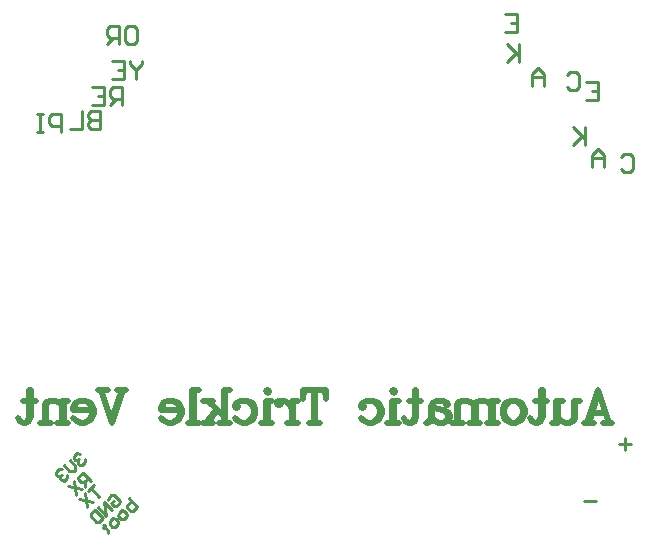
<source format=gbo>
G04*
G04 #@! TF.GenerationSoftware,Altium Limited,Altium Designer,22.7.1 (60)*
G04*
G04 Layer_Color=32896*
%FSLAX44Y44*%
%MOMM*%
G71*
G04*
G04 #@! TF.SameCoordinates,79595E02-05C2-4DB9-B37B-C8AD278AF881*
G04*
G04*
G04 #@! TF.FilePolarity,Positive*
G04*
G01*
G75*
%ADD32C,0.2500*%
%ADD33C,0.5000*%
%ADD47C,0.2540*%
D32*
X133493Y124874D02*
X140182Y117445D01*
X136468Y114101D01*
X134115Y114224D01*
X133000Y115462D01*
X131885Y116701D01*
X132008Y119054D01*
X135723Y122398D01*
X131515Y109642D02*
X129039Y107412D01*
X126686Y107535D01*
X124456Y110011D01*
X124579Y112364D01*
X127056Y114594D01*
X129409Y114471D01*
X131638Y111994D01*
X131515Y109642D01*
X124086Y102952D02*
X121610Y100723D01*
X119257Y100846D01*
X117027Y103322D01*
X117150Y105675D01*
X119627Y107905D01*
X121980Y107782D01*
X124209Y105305D01*
X124086Y102952D01*
X111083Y102454D02*
X112198Y101216D01*
X113436Y102331D01*
X110959Y100101D01*
X112198Y101216D01*
X115542Y97501D01*
X115419Y95148D01*
X115932Y123110D02*
X116055Y125463D01*
X118531Y127693D01*
X120885Y127570D01*
X125344Y122617D01*
X125221Y120264D01*
X122744Y118034D01*
X120391Y118158D01*
X118161Y120634D01*
X120638Y122864D01*
X119030Y114690D02*
X112340Y122119D01*
X114077Y110230D01*
X107388Y117659D01*
X104911Y115430D02*
X111601Y108000D01*
X107886Y104656D01*
X105533Y104779D01*
X101074Y109732D01*
X101197Y112085D01*
X104911Y115430D01*
X103341Y135869D02*
X98388Y131409D01*
X100864Y133639D01*
X107553Y126210D01*
X95912Y129179D02*
X97648Y117291D01*
X90959Y124720D02*
X102601Y121750D01*
X100780Y139190D02*
X94090Y146619D01*
X90376Y143274D01*
X90253Y140921D01*
X92482Y138445D01*
X94835Y138321D01*
X98550Y141666D01*
X96074Y139436D02*
X95827Y134730D01*
X86662Y139930D02*
X88398Y128041D01*
X81709Y135470D02*
X93351Y132500D01*
X91635Y162820D02*
X89281Y162943D01*
X86805Y160713D01*
X86682Y158360D01*
X87797Y157122D01*
X90150Y156999D01*
X91388Y158114D01*
X90150Y156999D01*
X90026Y154646D01*
X91141Y153408D01*
X93494Y153284D01*
X95971Y155514D01*
X96094Y157867D01*
X83091Y157369D02*
X87550Y152416D01*
X87303Y147710D01*
X82597Y147957D01*
X78138Y152909D01*
X76776Y149441D02*
X74423Y149565D01*
X71947Y147335D01*
X71824Y144982D01*
X72938Y143744D01*
X75292Y143621D01*
X76530Y144735D01*
X75292Y143621D01*
X75168Y141267D01*
X76283Y140029D01*
X78636Y139906D01*
X81112Y142136D01*
X81236Y144489D01*
D33*
X530715Y217004D02*
X540047Y189010D01*
X530715Y217004D02*
X521384Y189010D01*
X530715Y213005D02*
X522717Y189010D01*
X537381Y197009D02*
X525383D01*
X542713Y189010D02*
X534715D01*
X526716D02*
X518718D01*
X511120Y207673D02*
Y193010D01*
X509787Y190343D01*
X505788Y189010D01*
X503121D01*
X499122Y190343D01*
X496456Y193010D01*
X509787Y207673D02*
Y193010D01*
X508454Y190343D01*
X505788Y189010D01*
X496456Y207673D02*
Y189010D01*
X495123Y207673D02*
Y189010D01*
X515119Y207673D02*
X509787D01*
X500455D02*
X495123D01*
X496456Y189010D02*
X491124D01*
X479526D02*
X480860Y190343D01*
X482193Y194343D01*
Y217004D01*
X483526D01*
Y194343D01*
X482193Y190343D01*
X479526Y189010D01*
X476860D01*
X474194Y190343D01*
X472861Y193010D01*
X487525Y207673D02*
X476860D01*
X460331D02*
X464330Y206340D01*
X466996Y203674D01*
X468329Y199675D01*
Y197009D01*
X466996Y193010D01*
X464330Y190343D01*
X460331Y189010D01*
X457665D01*
X453665Y190343D01*
X450999Y193010D01*
X449666Y197009D01*
Y199675D01*
X450999Y203674D01*
X453665Y206340D01*
X457665Y207673D01*
X460331D01*
X462997Y206340D01*
X465663Y203674D01*
X466996Y199675D01*
Y197009D01*
X465663Y193010D01*
X462997Y190343D01*
X460331Y189010D01*
X457665D02*
X454999Y190343D01*
X452332Y193010D01*
X450999Y197009D01*
Y199675D01*
X452332Y203674D01*
X454999Y206340D01*
X457665Y207673D01*
X441535D02*
Y189010D01*
X440202Y207673D02*
Y189010D01*
Y203674D02*
X437536Y206340D01*
X433536Y207673D01*
X430870D01*
X426871Y206340D01*
X425538Y203674D01*
Y189010D01*
X430870Y207673D02*
X428204Y206340D01*
X426871Y203674D01*
Y189010D01*
X425538Y203674D02*
X422872Y206340D01*
X418873Y207673D01*
X416207D01*
X412208Y206340D01*
X410875Y203674D01*
Y189010D01*
X416207Y207673D02*
X413541Y206340D01*
X412208Y203674D01*
Y189010D01*
X445534Y207673D02*
X440202D01*
X445534Y189010D02*
X436203D01*
X430870D02*
X421539D01*
X416207D02*
X406875D01*
X402076Y205007D02*
Y203674D01*
X403410D01*
Y205007D01*
X402076Y206340D01*
X399410Y207673D01*
X394078D01*
X391412Y206340D01*
X390079Y205007D01*
X388746Y202341D01*
Y193010D01*
X387413Y190343D01*
X386080Y189010D01*
X390079Y205007D02*
Y193010D01*
X388746Y190343D01*
X386080Y189010D01*
X384747D01*
X390079Y202341D02*
X391412Y201008D01*
X399410Y199675D01*
X403410Y198342D01*
X404743Y195676D01*
Y193010D01*
X403410Y190343D01*
X399410Y189010D01*
X395411D01*
X392745Y190343D01*
X390079Y193010D01*
X399410Y199675D02*
X402076Y198342D01*
X403410Y195676D01*
Y193010D01*
X402076Y190343D01*
X399410Y189010D01*
X372749D02*
X374082Y190343D01*
X375415Y194343D01*
Y217004D01*
X376749D01*
Y194343D01*
X375415Y190343D01*
X372749Y189010D01*
X370083D01*
X367417Y190343D01*
X366084Y193010D01*
X380748Y207673D02*
X370083D01*
X357553Y217004D02*
X358886Y215671D01*
X357553Y214338D01*
X356220Y215671D01*
X357553Y217004D01*
Y207673D02*
Y189010D01*
X356220Y207673D02*
Y189010D01*
X361552Y207673D02*
X356220D01*
X361552Y189010D02*
X352220D01*
X331158Y203674D02*
X332491Y202341D01*
X331158Y201008D01*
X329825Y202341D01*
Y203674D01*
X332491Y206340D01*
X335158Y207673D01*
X339157D01*
X343156Y206340D01*
X345822Y203674D01*
X347155Y199675D01*
Y197009D01*
X345822Y193010D01*
X343156Y190343D01*
X339157Y189010D01*
X336491D01*
X332491Y190343D01*
X329825Y193010D01*
X339157Y207673D02*
X341823Y206340D01*
X344489Y203674D01*
X345822Y199675D01*
Y197009D01*
X344489Y193010D01*
X341823Y190343D01*
X339157Y189010D01*
X291034Y217004D02*
Y189010D01*
X289701Y217004D02*
Y189010D01*
X299032Y217004D02*
X300365Y209006D01*
Y217004D01*
X280369D01*
Y209006D01*
X281702Y217004D01*
X295033Y189010D02*
X285702D01*
X272371Y207673D02*
Y189010D01*
X271038Y207673D02*
Y189010D01*
Y199675D02*
X269705Y203674D01*
X267039Y206340D01*
X264373Y207673D01*
X260374D01*
X259041Y206340D01*
Y205007D01*
X260374Y203674D01*
X261707Y205007D01*
X260374Y206340D01*
X276370Y207673D02*
X271038D01*
X276370Y189010D02*
X267039D01*
X250776Y217004D02*
X252109Y215671D01*
X250776Y214338D01*
X249443Y215671D01*
X250776Y217004D01*
Y207673D02*
Y189010D01*
X249443Y207673D02*
Y189010D01*
X254775Y207673D02*
X249443D01*
X254775Y189010D02*
X245443D01*
X224381Y203674D02*
X225714Y202341D01*
X224381Y201008D01*
X223048Y202341D01*
Y203674D01*
X225714Y206340D01*
X228380Y207673D01*
X232380D01*
X236379Y206340D01*
X239045Y203674D01*
X240378Y199675D01*
Y197009D01*
X239045Y193010D01*
X236379Y190343D01*
X232380Y189010D01*
X229713D01*
X225714Y190343D01*
X223048Y193010D01*
X232380Y207673D02*
X235046Y206340D01*
X237712Y203674D01*
X239045Y199675D01*
Y197009D01*
X237712Y193010D01*
X235046Y190343D01*
X232380Y189010D01*
X214783Y217004D02*
Y189010D01*
X213450Y217004D02*
Y189010D01*
X200120Y207673D02*
X213450Y194343D01*
X206785Y199675D02*
X198787Y189010D01*
X208118Y199675D02*
X200120Y189010D01*
X218783Y217004D02*
X213450D01*
X204119Y207673D02*
X196121D01*
X218783Y189010D02*
X209451D01*
X204119D02*
X196121D01*
X188389Y217004D02*
Y189010D01*
X187056Y217004D02*
Y189010D01*
X192388Y217004D02*
X187056D01*
X192388Y189010D02*
X183057D01*
X176658Y199675D02*
X160662D01*
Y202341D01*
X161995Y205007D01*
X163328Y206340D01*
X165994Y207673D01*
X169993D01*
X173992Y206340D01*
X176658Y203674D01*
X177991Y199675D01*
Y197009D01*
X176658Y193010D01*
X173992Y190343D01*
X169993Y189010D01*
X167327D01*
X163328Y190343D01*
X160662Y193010D01*
X161995Y199675D02*
Y203674D01*
X163328Y206340D01*
X169993Y207673D02*
X172659Y206340D01*
X175325Y203674D01*
X176658Y199675D01*
Y197009D01*
X175325Y193010D01*
X172659Y190343D01*
X169993Y189010D01*
X128535Y217004D02*
X119204Y189010D01*
X127202Y217004D02*
X119204Y193010D01*
X109873Y217004D02*
X119204Y189010D01*
X131201Y217004D02*
X123203D01*
X115205D02*
X107206D01*
X102274Y199675D02*
X86278D01*
Y202341D01*
X87611Y205007D01*
X88944Y206340D01*
X91610Y207673D01*
X95609D01*
X99608Y206340D01*
X102274Y203674D01*
X103607Y199675D01*
Y197009D01*
X102274Y193010D01*
X99608Y190343D01*
X95609Y189010D01*
X92943D01*
X88944Y190343D01*
X86278Y193010D01*
X87611Y199675D02*
Y203674D01*
X88944Y206340D01*
X95609Y207673D02*
X98275Y206340D01*
X100941Y203674D01*
X102274Y199675D01*
Y197009D01*
X100941Y193010D01*
X98275Y190343D01*
X95609Y189010D01*
X78013Y207673D02*
Y189010D01*
X76680Y207673D02*
Y189010D01*
Y203674D02*
X74014Y206340D01*
X70014Y207673D01*
X67348D01*
X63349Y206340D01*
X62016Y203674D01*
Y189010D01*
X67348Y207673D02*
X64682Y206340D01*
X63349Y203674D01*
Y189010D01*
X82012Y207673D02*
X76680D01*
X82012Y189010D02*
X72681D01*
X67348D02*
X58017D01*
X46420D02*
X47752Y190343D01*
X49086Y194343D01*
Y217004D01*
X50419D01*
Y194343D01*
X49086Y190343D01*
X46420Y189010D01*
X43753D01*
X41087Y190343D01*
X39754Y193010D01*
X54418Y207673D02*
X43753D01*
D47*
X528423Y122550D02*
X518266D01*
X558173Y170629D02*
X548016D01*
X553095Y175707D02*
Y165550D01*
X550055Y414258D02*
X552594Y416797D01*
X557672D01*
X560211Y414258D01*
Y404101D01*
X557672Y401562D01*
X552594D01*
X550055Y404101D01*
X535423Y405550D02*
Y415707D01*
X530345Y420785D01*
X525266Y415707D01*
Y405550D01*
Y413168D01*
X535423D01*
X519423Y439286D02*
Y424050D01*
Y429129D01*
X509266Y439286D01*
X516884Y431668D01*
X509266Y424050D01*
X520566Y477455D02*
X530723D01*
Y462220D01*
X520566D01*
X530723Y469837D02*
X525645D01*
X504266Y483246D02*
X506805Y485785D01*
X511884D01*
X514423Y483246D01*
Y473090D01*
X511884Y470550D01*
X506805D01*
X504266Y473090D01*
X484423Y473800D02*
Y483957D01*
X479345Y489035D01*
X474266Y483957D01*
Y473800D01*
Y481418D01*
X484423D01*
X463423Y509286D02*
Y494050D01*
Y499129D01*
X453266Y509286D01*
X460884Y501668D01*
X453266Y494050D01*
X451686Y534907D02*
X461843D01*
Y519672D01*
X451686D01*
X461843Y527290D02*
X456764D01*
X75423Y435050D02*
Y450285D01*
X67805D01*
X65266Y447746D01*
Y442668D01*
X67805Y440129D01*
X75423D01*
X60188Y450285D02*
X55110D01*
X57649D01*
Y435050D01*
X60188D01*
X55110D01*
X108423Y453036D02*
Y437800D01*
X100805D01*
X98266Y440340D01*
Y442879D01*
X100805Y445418D01*
X108423D01*
X100805D01*
X98266Y447957D01*
Y450496D01*
X100805Y453036D01*
X108423D01*
X93188D02*
Y437800D01*
X83031D01*
X127173Y458050D02*
Y473285D01*
X119555D01*
X117016Y470746D01*
Y465668D01*
X119555Y463129D01*
X127173D01*
X122095D02*
X117016Y458050D01*
X101781Y473285D02*
X111938D01*
Y458050D01*
X101781D01*
X111938Y465668D02*
X106860D01*
X144423Y494785D02*
Y492246D01*
X139345Y487168D01*
X134266Y492246D01*
Y494785D01*
X139345Y487168D02*
Y479551D01*
X119031Y494785D02*
X129188D01*
Y479551D01*
X119031D01*
X129188Y487168D02*
X124109D01*
X132805Y525036D02*
X137884D01*
X140423Y522496D01*
Y512340D01*
X137884Y509800D01*
X132805D01*
X130266Y512340D01*
Y522496D01*
X132805Y525036D01*
X125188Y509800D02*
Y525036D01*
X117570D01*
X115031Y522496D01*
Y517418D01*
X117570Y514879D01*
X125188D01*
X120110D02*
X115031Y509800D01*
M02*

</source>
